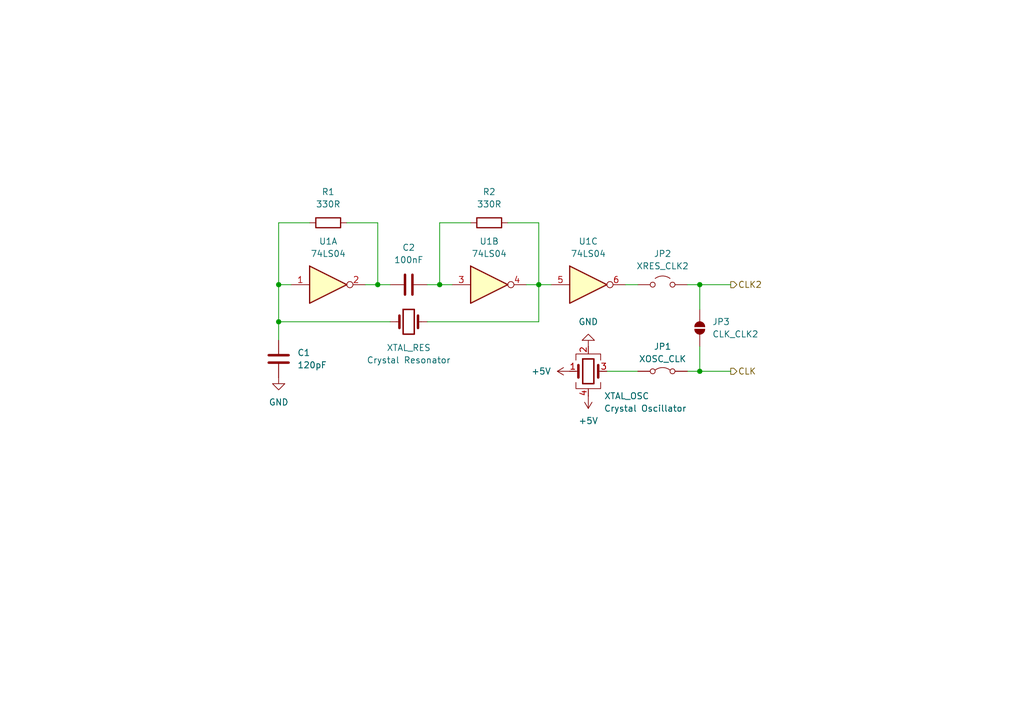
<source format=kicad_sch>
(kicad_sch
	(version 20250114)
	(generator "eeschema")
	(generator_version "9.0")
	(uuid "cf88107c-4e7d-4561-951e-0411daa7c42a")
	(paper "A5")
	(title_block
		(title "Clock")
		(date "2025-08-11")
		(rev "0")
	)
	(lib_symbols
		(symbol "74xx:74LS04"
			(exclude_from_sim no)
			(in_bom yes)
			(on_board yes)
			(property "Reference" "U"
				(at 0 1.27 0)
				(effects
					(font
						(size 1.27 1.27)
					)
				)
			)
			(property "Value" "74LS04"
				(at 0 -1.27 0)
				(effects
					(font
						(size 1.27 1.27)
					)
				)
			)
			(property "Footprint" ""
				(at 0 0 0)
				(effects
					(font
						(size 1.27 1.27)
					)
					(hide yes)
				)
			)
			(property "Datasheet" "http://www.ti.com/lit/gpn/sn74LS04"
				(at 0 0 0)
				(effects
					(font
						(size 1.27 1.27)
					)
					(hide yes)
				)
			)
			(property "Description" "Hex Inverter"
				(at 0 0 0)
				(effects
					(font
						(size 1.27 1.27)
					)
					(hide yes)
				)
			)
			(property "ki_locked" ""
				(at 0 0 0)
				(effects
					(font
						(size 1.27 1.27)
					)
				)
			)
			(property "ki_keywords" "TTL not inv"
				(at 0 0 0)
				(effects
					(font
						(size 1.27 1.27)
					)
					(hide yes)
				)
			)
			(property "ki_fp_filters" "DIP*W7.62mm* SSOP?14* TSSOP?14*"
				(at 0 0 0)
				(effects
					(font
						(size 1.27 1.27)
					)
					(hide yes)
				)
			)
			(symbol "74LS04_1_0"
				(polyline
					(pts
						(xy -3.81 3.81) (xy -3.81 -3.81) (xy 3.81 0) (xy -3.81 3.81)
					)
					(stroke
						(width 0.254)
						(type default)
					)
					(fill
						(type background)
					)
				)
				(pin input line
					(at -7.62 0 0)
					(length 3.81)
					(name "~"
						(effects
							(font
								(size 1.27 1.27)
							)
						)
					)
					(number "1"
						(effects
							(font
								(size 1.27 1.27)
							)
						)
					)
				)
				(pin output inverted
					(at 7.62 0 180)
					(length 3.81)
					(name "~"
						(effects
							(font
								(size 1.27 1.27)
							)
						)
					)
					(number "2"
						(effects
							(font
								(size 1.27 1.27)
							)
						)
					)
				)
			)
			(symbol "74LS04_2_0"
				(polyline
					(pts
						(xy -3.81 3.81) (xy -3.81 -3.81) (xy 3.81 0) (xy -3.81 3.81)
					)
					(stroke
						(width 0.254)
						(type default)
					)
					(fill
						(type background)
					)
				)
				(pin input line
					(at -7.62 0 0)
					(length 3.81)
					(name "~"
						(effects
							(font
								(size 1.27 1.27)
							)
						)
					)
					(number "3"
						(effects
							(font
								(size 1.27 1.27)
							)
						)
					)
				)
				(pin output inverted
					(at 7.62 0 180)
					(length 3.81)
					(name "~"
						(effects
							(font
								(size 1.27 1.27)
							)
						)
					)
					(number "4"
						(effects
							(font
								(size 1.27 1.27)
							)
						)
					)
				)
			)
			(symbol "74LS04_3_0"
				(polyline
					(pts
						(xy -3.81 3.81) (xy -3.81 -3.81) (xy 3.81 0) (xy -3.81 3.81)
					)
					(stroke
						(width 0.254)
						(type default)
					)
					(fill
						(type background)
					)
				)
				(pin input line
					(at -7.62 0 0)
					(length 3.81)
					(name "~"
						(effects
							(font
								(size 1.27 1.27)
							)
						)
					)
					(number "5"
						(effects
							(font
								(size 1.27 1.27)
							)
						)
					)
				)
				(pin output inverted
					(at 7.62 0 180)
					(length 3.81)
					(name "~"
						(effects
							(font
								(size 1.27 1.27)
							)
						)
					)
					(number "6"
						(effects
							(font
								(size 1.27 1.27)
							)
						)
					)
				)
			)
			(symbol "74LS04_4_0"
				(polyline
					(pts
						(xy -3.81 3.81) (xy -3.81 -3.81) (xy 3.81 0) (xy -3.81 3.81)
					)
					(stroke
						(width 0.254)
						(type default)
					)
					(fill
						(type background)
					)
				)
				(pin input line
					(at -7.62 0 0)
					(length 3.81)
					(name "~"
						(effects
							(font
								(size 1.27 1.27)
							)
						)
					)
					(number "9"
						(effects
							(font
								(size 1.27 1.27)
							)
						)
					)
				)
				(pin output inverted
					(at 7.62 0 180)
					(length 3.81)
					(name "~"
						(effects
							(font
								(size 1.27 1.27)
							)
						)
					)
					(number "8"
						(effects
							(font
								(size 1.27 1.27)
							)
						)
					)
				)
			)
			(symbol "74LS04_5_0"
				(polyline
					(pts
						(xy -3.81 3.81) (xy -3.81 -3.81) (xy 3.81 0) (xy -3.81 3.81)
					)
					(stroke
						(width 0.254)
						(type default)
					)
					(fill
						(type background)
					)
				)
				(pin input line
					(at -7.62 0 0)
					(length 3.81)
					(name "~"
						(effects
							(font
								(size 1.27 1.27)
							)
						)
					)
					(number "11"
						(effects
							(font
								(size 1.27 1.27)
							)
						)
					)
				)
				(pin output inverted
					(at 7.62 0 180)
					(length 3.81)
					(name "~"
						(effects
							(font
								(size 1.27 1.27)
							)
						)
					)
					(number "10"
						(effects
							(font
								(size 1.27 1.27)
							)
						)
					)
				)
			)
			(symbol "74LS04_6_0"
				(polyline
					(pts
						(xy -3.81 3.81) (xy -3.81 -3.81) (xy 3.81 0) (xy -3.81 3.81)
					)
					(stroke
						(width 0.254)
						(type default)
					)
					(fill
						(type background)
					)
				)
				(pin input line
					(at -7.62 0 0)
					(length 3.81)
					(name "~"
						(effects
							(font
								(size 1.27 1.27)
							)
						)
					)
					(number "13"
						(effects
							(font
								(size 1.27 1.27)
							)
						)
					)
				)
				(pin output inverted
					(at 7.62 0 180)
					(length 3.81)
					(name "~"
						(effects
							(font
								(size 1.27 1.27)
							)
						)
					)
					(number "12"
						(effects
							(font
								(size 1.27 1.27)
							)
						)
					)
				)
			)
			(symbol "74LS04_7_0"
				(pin power_in line
					(at 0 12.7 270)
					(length 5.08)
					(name "VCC"
						(effects
							(font
								(size 1.27 1.27)
							)
						)
					)
					(number "14"
						(effects
							(font
								(size 1.27 1.27)
							)
						)
					)
				)
				(pin power_in line
					(at 0 -12.7 90)
					(length 5.08)
					(name "GND"
						(effects
							(font
								(size 1.27 1.27)
							)
						)
					)
					(number "7"
						(effects
							(font
								(size 1.27 1.27)
							)
						)
					)
				)
			)
			(symbol "74LS04_7_1"
				(rectangle
					(start -5.08 7.62)
					(end 5.08 -7.62)
					(stroke
						(width 0.254)
						(type default)
					)
					(fill
						(type background)
					)
				)
			)
			(embedded_fonts no)
		)
		(symbol "Device:C"
			(pin_numbers
				(hide yes)
			)
			(pin_names
				(offset 0.254)
			)
			(exclude_from_sim no)
			(in_bom yes)
			(on_board yes)
			(property "Reference" "C"
				(at 0.635 2.54 0)
				(effects
					(font
						(size 1.27 1.27)
					)
					(justify left)
				)
			)
			(property "Value" "C"
				(at 0.635 -2.54 0)
				(effects
					(font
						(size 1.27 1.27)
					)
					(justify left)
				)
			)
			(property "Footprint" ""
				(at 0.9652 -3.81 0)
				(effects
					(font
						(size 1.27 1.27)
					)
					(hide yes)
				)
			)
			(property "Datasheet" "~"
				(at 0 0 0)
				(effects
					(font
						(size 1.27 1.27)
					)
					(hide yes)
				)
			)
			(property "Description" "Unpolarized capacitor"
				(at 0 0 0)
				(effects
					(font
						(size 1.27 1.27)
					)
					(hide yes)
				)
			)
			(property "ki_keywords" "cap capacitor"
				(at 0 0 0)
				(effects
					(font
						(size 1.27 1.27)
					)
					(hide yes)
				)
			)
			(property "ki_fp_filters" "C_*"
				(at 0 0 0)
				(effects
					(font
						(size 1.27 1.27)
					)
					(hide yes)
				)
			)
			(symbol "C_0_1"
				(polyline
					(pts
						(xy -2.032 0.762) (xy 2.032 0.762)
					)
					(stroke
						(width 0.508)
						(type default)
					)
					(fill
						(type none)
					)
				)
				(polyline
					(pts
						(xy -2.032 -0.762) (xy 2.032 -0.762)
					)
					(stroke
						(width 0.508)
						(type default)
					)
					(fill
						(type none)
					)
				)
			)
			(symbol "C_1_1"
				(pin passive line
					(at 0 3.81 270)
					(length 2.794)
					(name "~"
						(effects
							(font
								(size 1.27 1.27)
							)
						)
					)
					(number "1"
						(effects
							(font
								(size 1.27 1.27)
							)
						)
					)
				)
				(pin passive line
					(at 0 -3.81 90)
					(length 2.794)
					(name "~"
						(effects
							(font
								(size 1.27 1.27)
							)
						)
					)
					(number "2"
						(effects
							(font
								(size 1.27 1.27)
							)
						)
					)
				)
			)
			(embedded_fonts no)
		)
		(symbol "Device:Crystal"
			(pin_numbers
				(hide yes)
			)
			(pin_names
				(offset 1.016)
				(hide yes)
			)
			(exclude_from_sim no)
			(in_bom yes)
			(on_board yes)
			(property "Reference" "Y"
				(at 0 3.81 0)
				(effects
					(font
						(size 1.27 1.27)
					)
				)
			)
			(property "Value" "Crystal"
				(at 0 -3.81 0)
				(effects
					(font
						(size 1.27 1.27)
					)
				)
			)
			(property "Footprint" ""
				(at 0 0 0)
				(effects
					(font
						(size 1.27 1.27)
					)
					(hide yes)
				)
			)
			(property "Datasheet" "~"
				(at 0 0 0)
				(effects
					(font
						(size 1.27 1.27)
					)
					(hide yes)
				)
			)
			(property "Description" "Two pin crystal"
				(at 0 0 0)
				(effects
					(font
						(size 1.27 1.27)
					)
					(hide yes)
				)
			)
			(property "ki_keywords" "quartz ceramic resonator oscillator"
				(at 0 0 0)
				(effects
					(font
						(size 1.27 1.27)
					)
					(hide yes)
				)
			)
			(property "ki_fp_filters" "Crystal*"
				(at 0 0 0)
				(effects
					(font
						(size 1.27 1.27)
					)
					(hide yes)
				)
			)
			(symbol "Crystal_0_1"
				(polyline
					(pts
						(xy -2.54 0) (xy -1.905 0)
					)
					(stroke
						(width 0)
						(type default)
					)
					(fill
						(type none)
					)
				)
				(polyline
					(pts
						(xy -1.905 -1.27) (xy -1.905 1.27)
					)
					(stroke
						(width 0.508)
						(type default)
					)
					(fill
						(type none)
					)
				)
				(rectangle
					(start -1.143 2.54)
					(end 1.143 -2.54)
					(stroke
						(width 0.3048)
						(type default)
					)
					(fill
						(type none)
					)
				)
				(polyline
					(pts
						(xy 1.905 -1.27) (xy 1.905 1.27)
					)
					(stroke
						(width 0.508)
						(type default)
					)
					(fill
						(type none)
					)
				)
				(polyline
					(pts
						(xy 2.54 0) (xy 1.905 0)
					)
					(stroke
						(width 0)
						(type default)
					)
					(fill
						(type none)
					)
				)
			)
			(symbol "Crystal_1_1"
				(pin passive line
					(at -3.81 0 0)
					(length 1.27)
					(name "1"
						(effects
							(font
								(size 1.27 1.27)
							)
						)
					)
					(number "1"
						(effects
							(font
								(size 1.27 1.27)
							)
						)
					)
				)
				(pin passive line
					(at 3.81 0 180)
					(length 1.27)
					(name "2"
						(effects
							(font
								(size 1.27 1.27)
							)
						)
					)
					(number "2"
						(effects
							(font
								(size 1.27 1.27)
							)
						)
					)
				)
			)
			(embedded_fonts no)
		)
		(symbol "Device:Crystal_GND24"
			(pin_names
				(offset 1.016)
				(hide yes)
			)
			(exclude_from_sim no)
			(in_bom yes)
			(on_board yes)
			(property "Reference" "Y"
				(at 3.175 5.08 0)
				(effects
					(font
						(size 1.27 1.27)
					)
					(justify left)
				)
			)
			(property "Value" "Crystal_GND24"
				(at 3.175 3.175 0)
				(effects
					(font
						(size 1.27 1.27)
					)
					(justify left)
				)
			)
			(property "Footprint" ""
				(at 0 0 0)
				(effects
					(font
						(size 1.27 1.27)
					)
					(hide yes)
				)
			)
			(property "Datasheet" "~"
				(at 0 0 0)
				(effects
					(font
						(size 1.27 1.27)
					)
					(hide yes)
				)
			)
			(property "Description" "Four pin crystal, GND on pins 2 and 4"
				(at 0 0 0)
				(effects
					(font
						(size 1.27 1.27)
					)
					(hide yes)
				)
			)
			(property "ki_keywords" "quartz ceramic resonator oscillator"
				(at 0 0 0)
				(effects
					(font
						(size 1.27 1.27)
					)
					(hide yes)
				)
			)
			(property "ki_fp_filters" "Crystal*"
				(at 0 0 0)
				(effects
					(font
						(size 1.27 1.27)
					)
					(hide yes)
				)
			)
			(symbol "Crystal_GND24_0_1"
				(polyline
					(pts
						(xy -2.54 2.286) (xy -2.54 3.556) (xy 2.54 3.556) (xy 2.54 2.286)
					)
					(stroke
						(width 0)
						(type default)
					)
					(fill
						(type none)
					)
				)
				(polyline
					(pts
						(xy -2.54 0) (xy -2.032 0)
					)
					(stroke
						(width 0)
						(type default)
					)
					(fill
						(type none)
					)
				)
				(polyline
					(pts
						(xy -2.54 -2.286) (xy -2.54 -3.556) (xy 2.54 -3.556) (xy 2.54 -2.286)
					)
					(stroke
						(width 0)
						(type default)
					)
					(fill
						(type none)
					)
				)
				(polyline
					(pts
						(xy -2.032 -1.27) (xy -2.032 1.27)
					)
					(stroke
						(width 0.508)
						(type default)
					)
					(fill
						(type none)
					)
				)
				(rectangle
					(start -1.143 2.54)
					(end 1.143 -2.54)
					(stroke
						(width 0.3048)
						(type default)
					)
					(fill
						(type none)
					)
				)
				(polyline
					(pts
						(xy 0 3.556) (xy 0 3.81)
					)
					(stroke
						(width 0)
						(type default)
					)
					(fill
						(type none)
					)
				)
				(polyline
					(pts
						(xy 0 -3.81) (xy 0 -3.556)
					)
					(stroke
						(width 0)
						(type default)
					)
					(fill
						(type none)
					)
				)
				(polyline
					(pts
						(xy 2.032 0) (xy 2.54 0)
					)
					(stroke
						(width 0)
						(type default)
					)
					(fill
						(type none)
					)
				)
				(polyline
					(pts
						(xy 2.032 -1.27) (xy 2.032 1.27)
					)
					(stroke
						(width 0.508)
						(type default)
					)
					(fill
						(type none)
					)
				)
			)
			(symbol "Crystal_GND24_1_1"
				(pin passive line
					(at -3.81 0 0)
					(length 1.27)
					(name "1"
						(effects
							(font
								(size 1.27 1.27)
							)
						)
					)
					(number "1"
						(effects
							(font
								(size 1.27 1.27)
							)
						)
					)
				)
				(pin passive line
					(at 0 5.08 270)
					(length 1.27)
					(name "2"
						(effects
							(font
								(size 1.27 1.27)
							)
						)
					)
					(number "2"
						(effects
							(font
								(size 1.27 1.27)
							)
						)
					)
				)
				(pin passive line
					(at 0 -5.08 90)
					(length 1.27)
					(name "4"
						(effects
							(font
								(size 1.27 1.27)
							)
						)
					)
					(number "4"
						(effects
							(font
								(size 1.27 1.27)
							)
						)
					)
				)
				(pin passive line
					(at 3.81 0 180)
					(length 1.27)
					(name "3"
						(effects
							(font
								(size 1.27 1.27)
							)
						)
					)
					(number "3"
						(effects
							(font
								(size 1.27 1.27)
							)
						)
					)
				)
			)
			(embedded_fonts no)
		)
		(symbol "Device:R"
			(pin_numbers
				(hide yes)
			)
			(pin_names
				(offset 0)
			)
			(exclude_from_sim no)
			(in_bom yes)
			(on_board yes)
			(property "Reference" "R"
				(at 2.032 0 90)
				(effects
					(font
						(size 1.27 1.27)
					)
				)
			)
			(property "Value" "R"
				(at 0 0 90)
				(effects
					(font
						(size 1.27 1.27)
					)
				)
			)
			(property "Footprint" ""
				(at -1.778 0 90)
				(effects
					(font
						(size 1.27 1.27)
					)
					(hide yes)
				)
			)
			(property "Datasheet" "~"
				(at 0 0 0)
				(effects
					(font
						(size 1.27 1.27)
					)
					(hide yes)
				)
			)
			(property "Description" "Resistor"
				(at 0 0 0)
				(effects
					(font
						(size 1.27 1.27)
					)
					(hide yes)
				)
			)
			(property "ki_keywords" "R res resistor"
				(at 0 0 0)
				(effects
					(font
						(size 1.27 1.27)
					)
					(hide yes)
				)
			)
			(property "ki_fp_filters" "R_*"
				(at 0 0 0)
				(effects
					(font
						(size 1.27 1.27)
					)
					(hide yes)
				)
			)
			(symbol "R_0_1"
				(rectangle
					(start -1.016 -2.54)
					(end 1.016 2.54)
					(stroke
						(width 0.254)
						(type default)
					)
					(fill
						(type none)
					)
				)
			)
			(symbol "R_1_1"
				(pin passive line
					(at 0 3.81 270)
					(length 1.27)
					(name "~"
						(effects
							(font
								(size 1.27 1.27)
							)
						)
					)
					(number "1"
						(effects
							(font
								(size 1.27 1.27)
							)
						)
					)
				)
				(pin passive line
					(at 0 -3.81 90)
					(length 1.27)
					(name "~"
						(effects
							(font
								(size 1.27 1.27)
							)
						)
					)
					(number "2"
						(effects
							(font
								(size 1.27 1.27)
							)
						)
					)
				)
			)
			(embedded_fonts no)
		)
		(symbol "Jumper:Jumper_2_Bridged"
			(pin_numbers
				(hide yes)
			)
			(pin_names
				(offset 0)
				(hide yes)
			)
			(exclude_from_sim no)
			(in_bom yes)
			(on_board yes)
			(property "Reference" "JP"
				(at 0 1.905 0)
				(effects
					(font
						(size 1.27 1.27)
					)
				)
			)
			(property "Value" "Jumper_2_Bridged"
				(at 0 -2.54 0)
				(effects
					(font
						(size 1.27 1.27)
					)
				)
			)
			(property "Footprint" ""
				(at 0 0 0)
				(effects
					(font
						(size 1.27 1.27)
					)
					(hide yes)
				)
			)
			(property "Datasheet" "~"
				(at 0 0 0)
				(effects
					(font
						(size 1.27 1.27)
					)
					(hide yes)
				)
			)
			(property "Description" "Jumper, 2-pole, closed/bridged"
				(at 0 0 0)
				(effects
					(font
						(size 1.27 1.27)
					)
					(hide yes)
				)
			)
			(property "ki_keywords" "Jumper SPST"
				(at 0 0 0)
				(effects
					(font
						(size 1.27 1.27)
					)
					(hide yes)
				)
			)
			(property "ki_fp_filters" "Jumper* TestPoint*2Pads* TestPoint*Bridge*"
				(at 0 0 0)
				(effects
					(font
						(size 1.27 1.27)
					)
					(hide yes)
				)
			)
			(symbol "Jumper_2_Bridged_0_0"
				(circle
					(center -2.032 0)
					(radius 0.508)
					(stroke
						(width 0)
						(type default)
					)
					(fill
						(type none)
					)
				)
				(circle
					(center 2.032 0)
					(radius 0.508)
					(stroke
						(width 0)
						(type default)
					)
					(fill
						(type none)
					)
				)
			)
			(symbol "Jumper_2_Bridged_0_1"
				(arc
					(start -1.524 0.254)
					(mid 0 0.762)
					(end 1.524 0.254)
					(stroke
						(width 0)
						(type default)
					)
					(fill
						(type none)
					)
				)
			)
			(symbol "Jumper_2_Bridged_1_1"
				(pin passive line
					(at -5.08 0 0)
					(length 2.54)
					(name "A"
						(effects
							(font
								(size 1.27 1.27)
							)
						)
					)
					(number "1"
						(effects
							(font
								(size 1.27 1.27)
							)
						)
					)
				)
				(pin passive line
					(at 5.08 0 180)
					(length 2.54)
					(name "B"
						(effects
							(font
								(size 1.27 1.27)
							)
						)
					)
					(number "2"
						(effects
							(font
								(size 1.27 1.27)
							)
						)
					)
				)
			)
			(embedded_fonts no)
		)
		(symbol "Jumper:Jumper_2_Open"
			(pin_numbers
				(hide yes)
			)
			(pin_names
				(offset 0)
				(hide yes)
			)
			(exclude_from_sim no)
			(in_bom yes)
			(on_board yes)
			(property "Reference" "JP"
				(at 0 2.794 0)
				(effects
					(font
						(size 1.27 1.27)
					)
				)
			)
			(property "Value" "Jumper_2_Open"
				(at 0 -2.286 0)
				(effects
					(font
						(size 1.27 1.27)
					)
				)
			)
			(property "Footprint" ""
				(at 0 0 0)
				(effects
					(font
						(size 1.27 1.27)
					)
					(hide yes)
				)
			)
			(property "Datasheet" "~"
				(at 0 0 0)
				(effects
					(font
						(size 1.27 1.27)
					)
					(hide yes)
				)
			)
			(property "Description" "Jumper, 2-pole, open"
				(at 0 0 0)
				(effects
					(font
						(size 1.27 1.27)
					)
					(hide yes)
				)
			)
			(property "ki_keywords" "Jumper SPST"
				(at 0 0 0)
				(effects
					(font
						(size 1.27 1.27)
					)
					(hide yes)
				)
			)
			(property "ki_fp_filters" "Jumper* TestPoint*2Pads* TestPoint*Bridge*"
				(at 0 0 0)
				(effects
					(font
						(size 1.27 1.27)
					)
					(hide yes)
				)
			)
			(symbol "Jumper_2_Open_0_0"
				(circle
					(center -2.032 0)
					(radius 0.508)
					(stroke
						(width 0)
						(type default)
					)
					(fill
						(type none)
					)
				)
				(circle
					(center 2.032 0)
					(radius 0.508)
					(stroke
						(width 0)
						(type default)
					)
					(fill
						(type none)
					)
				)
			)
			(symbol "Jumper_2_Open_0_1"
				(arc
					(start -1.524 1.27)
					(mid 0 1.778)
					(end 1.524 1.27)
					(stroke
						(width 0)
						(type default)
					)
					(fill
						(type none)
					)
				)
			)
			(symbol "Jumper_2_Open_1_1"
				(pin passive line
					(at -5.08 0 0)
					(length 2.54)
					(name "A"
						(effects
							(font
								(size 1.27 1.27)
							)
						)
					)
					(number "1"
						(effects
							(font
								(size 1.27 1.27)
							)
						)
					)
				)
				(pin passive line
					(at 5.08 0 180)
					(length 2.54)
					(name "B"
						(effects
							(font
								(size 1.27 1.27)
							)
						)
					)
					(number "2"
						(effects
							(font
								(size 1.27 1.27)
							)
						)
					)
				)
			)
			(embedded_fonts no)
		)
		(symbol "Jumper:SolderJumper_2_Open"
			(pin_numbers
				(hide yes)
			)
			(pin_names
				(offset 0)
				(hide yes)
			)
			(exclude_from_sim no)
			(in_bom no)
			(on_board yes)
			(property "Reference" "JP"
				(at 0 2.032 0)
				(effects
					(font
						(size 1.27 1.27)
					)
				)
			)
			(property "Value" "SolderJumper_2_Open"
				(at 0 -2.54 0)
				(effects
					(font
						(size 1.27 1.27)
					)
				)
			)
			(property "Footprint" ""
				(at 0 0 0)
				(effects
					(font
						(size 1.27 1.27)
					)
					(hide yes)
				)
			)
			(property "Datasheet" "~"
				(at 0 0 0)
				(effects
					(font
						(size 1.27 1.27)
					)
					(hide yes)
				)
			)
			(property "Description" "Solder Jumper, 2-pole, open"
				(at 0 0 0)
				(effects
					(font
						(size 1.27 1.27)
					)
					(hide yes)
				)
			)
			(property "ki_keywords" "solder jumper SPST"
				(at 0 0 0)
				(effects
					(font
						(size 1.27 1.27)
					)
					(hide yes)
				)
			)
			(property "ki_fp_filters" "SolderJumper*Open*"
				(at 0 0 0)
				(effects
					(font
						(size 1.27 1.27)
					)
					(hide yes)
				)
			)
			(symbol "SolderJumper_2_Open_0_1"
				(polyline
					(pts
						(xy -0.254 1.016) (xy -0.254 -1.016)
					)
					(stroke
						(width 0)
						(type default)
					)
					(fill
						(type none)
					)
				)
				(arc
					(start -0.254 -1.016)
					(mid -1.2656 0)
					(end -0.254 1.016)
					(stroke
						(width 0)
						(type default)
					)
					(fill
						(type none)
					)
				)
				(arc
					(start -0.254 -1.016)
					(mid -1.2656 0)
					(end -0.254 1.016)
					(stroke
						(width 0)
						(type default)
					)
					(fill
						(type outline)
					)
				)
				(arc
					(start 0.254 1.016)
					(mid 1.2656 0)
					(end 0.254 -1.016)
					(stroke
						(width 0)
						(type default)
					)
					(fill
						(type none)
					)
				)
				(arc
					(start 0.254 1.016)
					(mid 1.2656 0)
					(end 0.254 -1.016)
					(stroke
						(width 0)
						(type default)
					)
					(fill
						(type outline)
					)
				)
				(polyline
					(pts
						(xy 0.254 1.016) (xy 0.254 -1.016)
					)
					(stroke
						(width 0)
						(type default)
					)
					(fill
						(type none)
					)
				)
			)
			(symbol "SolderJumper_2_Open_1_1"
				(pin passive line
					(at -3.81 0 0)
					(length 2.54)
					(name "A"
						(effects
							(font
								(size 1.27 1.27)
							)
						)
					)
					(number "1"
						(effects
							(font
								(size 1.27 1.27)
							)
						)
					)
				)
				(pin passive line
					(at 3.81 0 180)
					(length 2.54)
					(name "B"
						(effects
							(font
								(size 1.27 1.27)
							)
						)
					)
					(number "2"
						(effects
							(font
								(size 1.27 1.27)
							)
						)
					)
				)
			)
			(embedded_fonts no)
		)
		(symbol "power:+5V"
			(power)
			(pin_numbers
				(hide yes)
			)
			(pin_names
				(offset 0)
				(hide yes)
			)
			(exclude_from_sim no)
			(in_bom yes)
			(on_board yes)
			(property "Reference" "#PWR"
				(at 0 -3.81 0)
				(effects
					(font
						(size 1.27 1.27)
					)
					(hide yes)
				)
			)
			(property "Value" "+5V"
				(at 0 3.556 0)
				(effects
					(font
						(size 1.27 1.27)
					)
				)
			)
			(property "Footprint" ""
				(at 0 0 0)
				(effects
					(font
						(size 1.27 1.27)
					)
					(hide yes)
				)
			)
			(property "Datasheet" ""
				(at 0 0 0)
				(effects
					(font
						(size 1.27 1.27)
					)
					(hide yes)
				)
			)
			(property "Description" "Power symbol creates a global label with name \"+5V\""
				(at 0 0 0)
				(effects
					(font
						(size 1.27 1.27)
					)
					(hide yes)
				)
			)
			(property "ki_keywords" "global power"
				(at 0 0 0)
				(effects
					(font
						(size 1.27 1.27)
					)
					(hide yes)
				)
			)
			(symbol "+5V_0_1"
				(polyline
					(pts
						(xy -0.762 1.27) (xy 0 2.54)
					)
					(stroke
						(width 0)
						(type default)
					)
					(fill
						(type none)
					)
				)
				(polyline
					(pts
						(xy 0 2.54) (xy 0.762 1.27)
					)
					(stroke
						(width 0)
						(type default)
					)
					(fill
						(type none)
					)
				)
				(polyline
					(pts
						(xy 0 0) (xy 0 2.54)
					)
					(stroke
						(width 0)
						(type default)
					)
					(fill
						(type none)
					)
				)
			)
			(symbol "+5V_1_1"
				(pin power_in line
					(at 0 0 90)
					(length 0)
					(name "~"
						(effects
							(font
								(size 1.27 1.27)
							)
						)
					)
					(number "1"
						(effects
							(font
								(size 1.27 1.27)
							)
						)
					)
				)
			)
			(embedded_fonts no)
		)
		(symbol "power:GND"
			(power)
			(pin_numbers
				(hide yes)
			)
			(pin_names
				(offset 0)
				(hide yes)
			)
			(exclude_from_sim no)
			(in_bom yes)
			(on_board yes)
			(property "Reference" "#PWR"
				(at 0 -6.35 0)
				(effects
					(font
						(size 1.27 1.27)
					)
					(hide yes)
				)
			)
			(property "Value" "GND"
				(at 0 -3.81 0)
				(effects
					(font
						(size 1.27 1.27)
					)
				)
			)
			(property "Footprint" ""
				(at 0 0 0)
				(effects
					(font
						(size 1.27 1.27)
					)
					(hide yes)
				)
			)
			(property "Datasheet" ""
				(at 0 0 0)
				(effects
					(font
						(size 1.27 1.27)
					)
					(hide yes)
				)
			)
			(property "Description" "Power symbol creates a global label with name \"GND\" , ground"
				(at 0 0 0)
				(effects
					(font
						(size 1.27 1.27)
					)
					(hide yes)
				)
			)
			(property "ki_keywords" "global power"
				(at 0 0 0)
				(effects
					(font
						(size 1.27 1.27)
					)
					(hide yes)
				)
			)
			(symbol "GND_0_1"
				(polyline
					(pts
						(xy 0 0) (xy 0 -1.27) (xy 1.27 -1.27) (xy 0 -2.54) (xy -1.27 -1.27) (xy 0 -1.27)
					)
					(stroke
						(width 0)
						(type default)
					)
					(fill
						(type none)
					)
				)
			)
			(symbol "GND_1_1"
				(pin power_in line
					(at 0 0 270)
					(length 0)
					(name "~"
						(effects
							(font
								(size 1.27 1.27)
							)
						)
					)
					(number "1"
						(effects
							(font
								(size 1.27 1.27)
							)
						)
					)
				)
			)
			(embedded_fonts no)
		)
	)
	(junction
		(at 143.51 58.42)
		(diameter 0)
		(color 0 0 0 0)
		(uuid "0152ce5e-7b4d-497a-b825-db279800c537")
	)
	(junction
		(at 57.15 58.42)
		(diameter 0)
		(color 0 0 0 0)
		(uuid "03f4f9c7-41cf-4a60-b72d-794696199853")
	)
	(junction
		(at 77.47 58.42)
		(diameter 0)
		(color 0 0 0 0)
		(uuid "061a14f6-0a2b-4910-a44e-49bcca20bfb6")
	)
	(junction
		(at 90.17 58.42)
		(diameter 0)
		(color 0 0 0 0)
		(uuid "0c8cd3a3-2afe-41fa-a7d1-17fa8456970a")
	)
	(junction
		(at 110.49 58.42)
		(diameter 0)
		(color 0 0 0 0)
		(uuid "4e908f69-2c9a-4e95-ace3-a718d7c06417")
	)
	(junction
		(at 143.51 76.2)
		(diameter 0)
		(color 0 0 0 0)
		(uuid "e6c06ffe-4aa9-479b-a187-537d851be553")
	)
	(junction
		(at 57.15 66.04)
		(diameter 0)
		(color 0 0 0 0)
		(uuid "f9fac086-e292-407e-b8db-9cb7401fd5f2")
	)
	(wire
		(pts
			(xy 90.17 58.42) (xy 92.71 58.42)
		)
		(stroke
			(width 0)
			(type default)
		)
		(uuid "014ef963-1e9a-452d-b230-49b3952eb739")
	)
	(wire
		(pts
			(xy 57.15 66.04) (xy 57.15 58.42)
		)
		(stroke
			(width 0)
			(type default)
		)
		(uuid "035a0756-de87-4693-9342-3071a59911cf")
	)
	(wire
		(pts
			(xy 87.63 66.04) (xy 110.49 66.04)
		)
		(stroke
			(width 0)
			(type default)
		)
		(uuid "0a53d767-1c15-4596-a03d-5566f67b89c3")
	)
	(wire
		(pts
			(xy 143.51 58.42) (xy 140.97 58.42)
		)
		(stroke
			(width 0)
			(type default)
		)
		(uuid "0c323775-8b50-4641-964b-e4b3bf98b306")
	)
	(wire
		(pts
			(xy 63.5 45.72) (xy 57.15 45.72)
		)
		(stroke
			(width 0)
			(type default)
		)
		(uuid "0cb05066-9869-4e7f-904d-1744a39ffb0e")
	)
	(wire
		(pts
			(xy 71.12 45.72) (xy 77.47 45.72)
		)
		(stroke
			(width 0)
			(type default)
		)
		(uuid "16882546-35ea-4626-bfd6-07cdf487961c")
	)
	(wire
		(pts
			(xy 143.51 76.2) (xy 140.97 76.2)
		)
		(stroke
			(width 0)
			(type default)
		)
		(uuid "1c553df8-3d08-47de-9783-77c769dccd4b")
	)
	(wire
		(pts
			(xy 124.46 76.2) (xy 130.81 76.2)
		)
		(stroke
			(width 0)
			(type default)
		)
		(uuid "306bbd4e-eb7b-4cf7-b6d9-98df3ba03977")
	)
	(wire
		(pts
			(xy 107.95 58.42) (xy 110.49 58.42)
		)
		(stroke
			(width 0)
			(type default)
		)
		(uuid "42dd0819-cb1c-45d7-969e-83357d5f49c9")
	)
	(wire
		(pts
			(xy 143.51 76.2) (xy 149.86 76.2)
		)
		(stroke
			(width 0)
			(type default)
		)
		(uuid "5439cada-c27b-4892-9142-5d22eaa98f29")
	)
	(wire
		(pts
			(xy 77.47 58.42) (xy 80.01 58.42)
		)
		(stroke
			(width 0)
			(type default)
		)
		(uuid "597c7aa7-d032-419d-9c80-5756e9600bf9")
	)
	(wire
		(pts
			(xy 110.49 66.04) (xy 110.49 58.42)
		)
		(stroke
			(width 0)
			(type default)
		)
		(uuid "61f315a7-97d9-4a54-8929-6b5df58ab1ca")
	)
	(wire
		(pts
			(xy 77.47 58.42) (xy 77.47 45.72)
		)
		(stroke
			(width 0)
			(type default)
		)
		(uuid "62a72726-89e3-4626-9a7f-ded621cffbc3")
	)
	(wire
		(pts
			(xy 143.51 63.5) (xy 143.51 58.42)
		)
		(stroke
			(width 0)
			(type default)
		)
		(uuid "69154058-7ac3-42bf-8aec-bd420f8be667")
	)
	(wire
		(pts
			(xy 57.15 66.04) (xy 80.01 66.04)
		)
		(stroke
			(width 0)
			(type default)
		)
		(uuid "75b9fffe-505e-4e06-b4a3-57e4c9a9ffeb")
	)
	(wire
		(pts
			(xy 110.49 58.42) (xy 113.03 58.42)
		)
		(stroke
			(width 0)
			(type default)
		)
		(uuid "76bcf00f-36c8-41ae-a827-8d81aec94be1")
	)
	(wire
		(pts
			(xy 104.14 45.72) (xy 110.49 45.72)
		)
		(stroke
			(width 0)
			(type default)
		)
		(uuid "8ec4276a-960e-42b0-957b-cd4b3d2bfe32")
	)
	(wire
		(pts
			(xy 143.51 58.42) (xy 149.86 58.42)
		)
		(stroke
			(width 0)
			(type default)
		)
		(uuid "ab60d52f-9fd3-4a1d-b12d-bed1cbb68b4a")
	)
	(wire
		(pts
			(xy 57.15 58.42) (xy 59.69 58.42)
		)
		(stroke
			(width 0)
			(type default)
		)
		(uuid "adbccfdb-d601-4c91-bc14-6c2346363076")
	)
	(wire
		(pts
			(xy 130.81 58.42) (xy 128.27 58.42)
		)
		(stroke
			(width 0)
			(type default)
		)
		(uuid "b5671bd4-07ea-4b91-affe-e01781a7729b")
	)
	(wire
		(pts
			(xy 90.17 58.42) (xy 90.17 45.72)
		)
		(stroke
			(width 0)
			(type default)
		)
		(uuid "bdc6f416-1c46-4768-8217-76ac86ebbb0b")
	)
	(wire
		(pts
			(xy 110.49 45.72) (xy 110.49 58.42)
		)
		(stroke
			(width 0)
			(type default)
		)
		(uuid "c21c5c0b-4955-4dec-beae-6465e2223a01")
	)
	(wire
		(pts
			(xy 87.63 58.42) (xy 90.17 58.42)
		)
		(stroke
			(width 0)
			(type default)
		)
		(uuid "ca03d6a4-a003-4806-96c9-9327c7af4825")
	)
	(wire
		(pts
			(xy 90.17 45.72) (xy 96.52 45.72)
		)
		(stroke
			(width 0)
			(type default)
		)
		(uuid "d5afd6b0-b3ba-4d73-86f9-0ba4aedda8c4")
	)
	(wire
		(pts
			(xy 57.15 69.85) (xy 57.15 66.04)
		)
		(stroke
			(width 0)
			(type default)
		)
		(uuid "dea64be5-33f1-4021-b7d8-4b759b6f9fe1")
	)
	(wire
		(pts
			(xy 143.51 71.12) (xy 143.51 76.2)
		)
		(stroke
			(width 0)
			(type default)
		)
		(uuid "e00c8410-f735-4713-b982-d2b8b3d922c1")
	)
	(wire
		(pts
			(xy 74.93 58.42) (xy 77.47 58.42)
		)
		(stroke
			(width 0)
			(type default)
		)
		(uuid "f5be8794-7ff4-48d1-8c18-1b513ade041f")
	)
	(wire
		(pts
			(xy 57.15 45.72) (xy 57.15 58.42)
		)
		(stroke
			(width 0)
			(type default)
		)
		(uuid "f7cbd585-481d-442d-9999-f4ef504e026e")
	)
	(hierarchical_label "CLK"
		(shape output)
		(at 149.86 76.2 0)
		(effects
			(font
				(size 1.27 1.27)
			)
			(justify left)
		)
		(uuid "7a8eb9d2-fdd6-41a0-b591-7309a4c78049")
	)
	(hierarchical_label "CLK2"
		(shape output)
		(at 149.86 58.42 0)
		(effects
			(font
				(size 1.27 1.27)
			)
			(justify left)
		)
		(uuid "8f7dc2d7-3055-48b9-ad78-227a26d49a34")
	)
	(symbol
		(lib_id "power:+5V")
		(at 116.84 76.2 90)
		(unit 1)
		(exclude_from_sim no)
		(in_bom yes)
		(on_board yes)
		(dnp no)
		(fields_autoplaced yes)
		(uuid "0b6b579b-624b-4452-b9b8-925459e4d3a1")
		(property "Reference" "#PWR04"
			(at 120.65 76.2 0)
			(effects
				(font
					(size 1.27 1.27)
				)
				(hide yes)
			)
		)
		(property "Value" "+5V"
			(at 113.03 76.1999 90)
			(effects
				(font
					(size 1.27 1.27)
				)
				(justify left)
			)
		)
		(property "Footprint" ""
			(at 116.84 76.2 0)
			(effects
				(font
					(size 1.27 1.27)
				)
				(hide yes)
			)
		)
		(property "Datasheet" ""
			(at 116.84 76.2 0)
			(effects
				(font
					(size 1.27 1.27)
				)
				(hide yes)
			)
		)
		(property "Description" "Power symbol creates a global label with name \"+5V\""
			(at 116.84 76.2 0)
			(effects
				(font
					(size 1.27 1.27)
				)
				(hide yes)
			)
		)
		(pin "1"
			(uuid "6b8499e2-934c-4f1c-ae4d-e40149ad530b")
		)
		(instances
			(project "dATX_JC100"
				(path "/06d7853b-ec0e-46e4-9a93-83dad81d944c/cc542a6e-7d4c-4a90-a4d7-357b80905847"
					(reference "#PWR04")
					(unit 1)
				)
			)
		)
	)
	(symbol
		(lib_id "Device:Crystal_GND24")
		(at 120.65 76.2 0)
		(unit 1)
		(exclude_from_sim no)
		(in_bom yes)
		(on_board yes)
		(dnp no)
		(uuid "2b535c45-e7ec-449f-a6ab-758f91d5fc0f")
		(property "Reference" "XTAL_OSC"
			(at 128.524 81.28 0)
			(effects
				(font
					(size 1.27 1.27)
				)
			)
		)
		(property "Value" "Crystal Oscillator"
			(at 132.334 83.82 0)
			(effects
				(font
					(size 1.27 1.27)
				)
			)
		)
		(property "Footprint" "Oscillator:Oscillator_DIP-8"
			(at 120.65 76.2 0)
			(effects
				(font
					(size 1.27 1.27)
				)
				(hide yes)
			)
		)
		(property "Datasheet" "~"
			(at 120.65 76.2 0)
			(effects
				(font
					(size 1.27 1.27)
				)
				(hide yes)
			)
		)
		(property "Description" "Four pin crystal, GND on pins 2 and 4"
			(at 120.65 76.2 0)
			(effects
				(font
					(size 1.27 1.27)
				)
				(hide yes)
			)
		)
		(pin "3"
			(uuid "90f4272b-2e9a-4b20-ae59-2bf57f8cffc3")
		)
		(pin "1"
			(uuid "de53f4d9-d402-49e7-8f86-6632bdef7ecd")
		)
		(pin "2"
			(uuid "bb3aa54b-76dc-4271-af04-d44bf1664ef3")
		)
		(pin "4"
			(uuid "db43bc2f-192e-4e94-ba23-9e657c1a94c0")
		)
		(instances
			(project ""
				(path "/06d7853b-ec0e-46e4-9a93-83dad81d944c/cc542a6e-7d4c-4a90-a4d7-357b80905847"
					(reference "XTAL_OSC")
					(unit 1)
				)
			)
		)
	)
	(symbol
		(lib_id "Device:Crystal")
		(at 83.82 66.04 0)
		(unit 1)
		(exclude_from_sim no)
		(in_bom yes)
		(on_board yes)
		(dnp no)
		(uuid "3c3f88e2-21cb-4f5f-890d-029aac8b5d7d")
		(property "Reference" "XTAL_RES"
			(at 83.82 71.374 0)
			(effects
				(font
					(size 1.27 1.27)
				)
			)
		)
		(property "Value" "Crystal Resonator"
			(at 83.82 73.914 0)
			(effects
				(font
					(size 1.27 1.27)
				)
			)
		)
		(property "Footprint" "Crystal:Resonator-2Pin_W6.0mm_H3.0mm"
			(at 83.82 66.04 0)
			(effects
				(font
					(size 1.27 1.27)
				)
				(hide yes)
			)
		)
		(property "Datasheet" "~"
			(at 83.82 66.04 0)
			(effects
				(font
					(size 1.27 1.27)
				)
				(hide yes)
			)
		)
		(property "Description" "Two pin crystal"
			(at 83.82 66.04 0)
			(effects
				(font
					(size 1.27 1.27)
				)
				(hide yes)
			)
		)
		(pin "1"
			(uuid "b3020ac0-607f-4c6c-944a-b5f5c419623b")
		)
		(pin "2"
			(uuid "3908b1c3-ae13-4d54-83c3-d6160040fcd3")
		)
		(instances
			(project ""
				(path "/06d7853b-ec0e-46e4-9a93-83dad81d944c/cc542a6e-7d4c-4a90-a4d7-357b80905847"
					(reference "XTAL_RES")
					(unit 1)
				)
			)
		)
	)
	(symbol
		(lib_id "Device:C")
		(at 83.82 58.42 90)
		(unit 1)
		(exclude_from_sim no)
		(in_bom yes)
		(on_board yes)
		(dnp no)
		(fields_autoplaced yes)
		(uuid "5f1fe330-34c9-47bc-bb2f-a03d2daa8a81")
		(property "Reference" "C2"
			(at 83.82 50.8 90)
			(effects
				(font
					(size 1.27 1.27)
				)
			)
		)
		(property "Value" "100nF"
			(at 83.82 53.34 90)
			(effects
				(font
					(size 1.27 1.27)
				)
			)
		)
		(property "Footprint" "Capacitor_THT:C_Disc_D3.0mm_W1.6mm_P2.50mm"
			(at 87.63 57.4548 0)
			(effects
				(font
					(size 1.27 1.27)
				)
				(hide yes)
			)
		)
		(property "Datasheet" "~"
			(at 83.82 58.42 0)
			(effects
				(font
					(size 1.27 1.27)
				)
				(hide yes)
			)
		)
		(property "Description" "Unpolarized capacitor"
			(at 83.82 58.42 0)
			(effects
				(font
					(size 1.27 1.27)
				)
				(hide yes)
			)
		)
		(pin "1"
			(uuid "2aa392bf-7f66-4fa3-8c15-48c5d62a1e12")
		)
		(pin "2"
			(uuid "9cdd94a8-ab8c-45f2-af39-048ea610e13b")
		)
		(instances
			(project "dATX_JC100"
				(path "/06d7853b-ec0e-46e4-9a93-83dad81d944c/cc542a6e-7d4c-4a90-a4d7-357b80905847"
					(reference "C2")
					(unit 1)
				)
			)
		)
	)
	(symbol
		(lib_id "Jumper:SolderJumper_2_Open")
		(at 143.51 67.31 90)
		(unit 1)
		(exclude_from_sim no)
		(in_bom no)
		(on_board yes)
		(dnp no)
		(fields_autoplaced yes)
		(uuid "627a8979-34e8-4301-8e97-d026ed023c8e")
		(property "Reference" "JP3"
			(at 146.05 66.0399 90)
			(effects
				(font
					(size 1.27 1.27)
				)
				(justify right)
			)
		)
		(property "Value" "CLK_CLK2"
			(at 146.05 68.5799 90)
			(effects
				(font
					(size 1.27 1.27)
				)
				(justify right)
			)
		)
		(property "Footprint" ""
			(at 143.51 67.31 0)
			(effects
				(font
					(size 1.27 1.27)
				)
				(hide yes)
			)
		)
		(property "Datasheet" "~"
			(at 143.51 67.31 0)
			(effects
				(font
					(size 1.27 1.27)
				)
				(hide yes)
			)
		)
		(property "Description" "Solder Jumper, 2-pole, open"
			(at 143.51 67.31 0)
			(effects
				(font
					(size 1.27 1.27)
				)
				(hide yes)
			)
		)
		(pin "1"
			(uuid "732386a1-1f1c-45f2-927b-7a82d7b52c1b")
		)
		(pin "2"
			(uuid "4df10e71-3cb7-4f2c-80f5-b79afae0f323")
		)
		(instances
			(project ""
				(path "/06d7853b-ec0e-46e4-9a93-83dad81d944c/cc542a6e-7d4c-4a90-a4d7-357b80905847"
					(reference "JP3")
					(unit 1)
				)
			)
		)
	)
	(symbol
		(lib_id "power:GND")
		(at 57.15 77.47 0)
		(unit 1)
		(exclude_from_sim no)
		(in_bom yes)
		(on_board yes)
		(dnp no)
		(fields_autoplaced yes)
		(uuid "76388ede-a725-46b4-9fff-1c618524b957")
		(property "Reference" "#PWR03"
			(at 57.15 83.82 0)
			(effects
				(font
					(size 1.27 1.27)
				)
				(hide yes)
			)
		)
		(property "Value" "GND"
			(at 57.15 82.55 0)
			(effects
				(font
					(size 1.27 1.27)
				)
			)
		)
		(property "Footprint" ""
			(at 57.15 77.47 0)
			(effects
				(font
					(size 1.27 1.27)
				)
				(hide yes)
			)
		)
		(property "Datasheet" ""
			(at 57.15 77.47 0)
			(effects
				(font
					(size 1.27 1.27)
				)
				(hide yes)
			)
		)
		(property "Description" "Power symbol creates a global label with name \"GND\" , ground"
			(at 57.15 77.47 0)
			(effects
				(font
					(size 1.27 1.27)
				)
				(hide yes)
			)
		)
		(pin "1"
			(uuid "9ebc136b-09b0-4c60-bcea-5684cd9cd64f")
		)
		(instances
			(project ""
				(path "/06d7853b-ec0e-46e4-9a93-83dad81d944c/cc542a6e-7d4c-4a90-a4d7-357b80905847"
					(reference "#PWR03")
					(unit 1)
				)
			)
		)
	)
	(symbol
		(lib_id "power:GND")
		(at 120.65 71.12 180)
		(unit 1)
		(exclude_from_sim no)
		(in_bom yes)
		(on_board yes)
		(dnp no)
		(fields_autoplaced yes)
		(uuid "a2c53c2c-19c3-4adf-a7f5-2f3d871ef5cf")
		(property "Reference" "#PWR02"
			(at 120.65 64.77 0)
			(effects
				(font
					(size 1.27 1.27)
				)
				(hide yes)
			)
		)
		(property "Value" "GND"
			(at 120.65 66.04 0)
			(effects
				(font
					(size 1.27 1.27)
				)
			)
		)
		(property "Footprint" ""
			(at 120.65 71.12 0)
			(effects
				(font
					(size 1.27 1.27)
				)
				(hide yes)
			)
		)
		(property "Datasheet" ""
			(at 120.65 71.12 0)
			(effects
				(font
					(size 1.27 1.27)
				)
				(hide yes)
			)
		)
		(property "Description" "Power symbol creates a global label with name \"GND\" , ground"
			(at 120.65 71.12 0)
			(effects
				(font
					(size 1.27 1.27)
				)
				(hide yes)
			)
		)
		(pin "1"
			(uuid "386fb1e9-5813-4670-87d2-a2f7aceaac30")
		)
		(instances
			(project ""
				(path "/06d7853b-ec0e-46e4-9a93-83dad81d944c/cc542a6e-7d4c-4a90-a4d7-357b80905847"
					(reference "#PWR02")
					(unit 1)
				)
			)
		)
	)
	(symbol
		(lib_id "Jumper:Jumper_2_Bridged")
		(at 135.89 76.2 0)
		(unit 1)
		(exclude_from_sim no)
		(in_bom yes)
		(on_board yes)
		(dnp no)
		(fields_autoplaced yes)
		(uuid "b1e6f53a-8835-4511-bb2c-3becd70cae14")
		(property "Reference" "JP1"
			(at 135.89 71.12 0)
			(effects
				(font
					(size 1.27 1.27)
				)
			)
		)
		(property "Value" "XOSC_CLK"
			(at 135.89 73.66 0)
			(effects
				(font
					(size 1.27 1.27)
				)
			)
		)
		(property "Footprint" ""
			(at 135.89 76.2 0)
			(effects
				(font
					(size 1.27 1.27)
				)
				(hide yes)
			)
		)
		(property "Datasheet" "~"
			(at 135.89 76.2 0)
			(effects
				(font
					(size 1.27 1.27)
				)
				(hide yes)
			)
		)
		(property "Description" "Jumper, 2-pole, closed/bridged"
			(at 135.89 76.2 0)
			(effects
				(font
					(size 1.27 1.27)
				)
				(hide yes)
			)
		)
		(pin "1"
			(uuid "25eea487-8cce-40df-9580-1c31f44deb82")
		)
		(pin "2"
			(uuid "e8201e35-7574-4870-9180-63d749aef721")
		)
		(instances
			(project ""
				(path "/06d7853b-ec0e-46e4-9a93-83dad81d944c/cc542a6e-7d4c-4a90-a4d7-357b80905847"
					(reference "JP1")
					(unit 1)
				)
			)
		)
	)
	(symbol
		(lib_id "Device:R")
		(at 100.33 45.72 90)
		(unit 1)
		(exclude_from_sim no)
		(in_bom yes)
		(on_board yes)
		(dnp no)
		(fields_autoplaced yes)
		(uuid "b903546f-c6b5-4e6b-8180-a221bf4dcc60")
		(property "Reference" "R2"
			(at 100.33 39.37 90)
			(effects
				(font
					(size 1.27 1.27)
				)
			)
		)
		(property "Value" "330R"
			(at 100.33 41.91 90)
			(effects
				(font
					(size 1.27 1.27)
				)
			)
		)
		(property "Footprint" ""
			(at 100.33 47.498 90)
			(effects
				(font
					(size 1.27 1.27)
				)
				(hide yes)
			)
		)
		(property "Datasheet" "~"
			(at 100.33 45.72 0)
			(effects
				(font
					(size 1.27 1.27)
				)
				(hide yes)
			)
		)
		(property "Description" "Resistor"
			(at 100.33 45.72 0)
			(effects
				(font
					(size 1.27 1.27)
				)
				(hide yes)
			)
		)
		(pin "1"
			(uuid "2ca5d7f6-1520-4436-89de-501ae5197ce3")
		)
		(pin "2"
			(uuid "05cfb66f-e4bb-4e02-b6a2-f3d9dd1761d4")
		)
		(instances
			(project "dATX_JC100"
				(path "/06d7853b-ec0e-46e4-9a93-83dad81d944c/cc542a6e-7d4c-4a90-a4d7-357b80905847"
					(reference "R2")
					(unit 1)
				)
			)
		)
	)
	(symbol
		(lib_id "Device:R")
		(at 67.31 45.72 90)
		(unit 1)
		(exclude_from_sim no)
		(in_bom yes)
		(on_board yes)
		(dnp no)
		(fields_autoplaced yes)
		(uuid "bf730a81-0c89-4f5f-8d29-968aa6ba0e54")
		(property "Reference" "R1"
			(at 67.31 39.37 90)
			(effects
				(font
					(size 1.27 1.27)
				)
			)
		)
		(property "Value" "330R"
			(at 67.31 41.91 90)
			(effects
				(font
					(size 1.27 1.27)
				)
			)
		)
		(property "Footprint" ""
			(at 67.31 47.498 90)
			(effects
				(font
					(size 1.27 1.27)
				)
				(hide yes)
			)
		)
		(property "Datasheet" "~"
			(at 67.31 45.72 0)
			(effects
				(font
					(size 1.27 1.27)
				)
				(hide yes)
			)
		)
		(property "Description" "Resistor"
			(at 67.31 45.72 0)
			(effects
				(font
					(size 1.27 1.27)
				)
				(hide yes)
			)
		)
		(pin "1"
			(uuid "762680bb-d175-4615-9496-5900ec0539d9")
		)
		(pin "2"
			(uuid "b9756644-e5c7-4418-b103-56cc859ee124")
		)
		(instances
			(project ""
				(path "/06d7853b-ec0e-46e4-9a93-83dad81d944c/cc542a6e-7d4c-4a90-a4d7-357b80905847"
					(reference "R1")
					(unit 1)
				)
			)
		)
	)
	(symbol
		(lib_id "74xx:74LS04")
		(at 100.33 58.42 0)
		(unit 2)
		(exclude_from_sim no)
		(in_bom yes)
		(on_board yes)
		(dnp no)
		(fields_autoplaced yes)
		(uuid "d0910364-4c50-4214-bdfb-b594fc93ff5d")
		(property "Reference" "U1"
			(at 100.33 49.53 0)
			(effects
				(font
					(size 1.27 1.27)
				)
			)
		)
		(property "Value" "74LS04"
			(at 100.33 52.07 0)
			(effects
				(font
					(size 1.27 1.27)
				)
			)
		)
		(property "Footprint" ""
			(at 100.33 58.42 0)
			(effects
				(font
					(size 1.27 1.27)
				)
				(hide yes)
			)
		)
		(property "Datasheet" "http://www.ti.com/lit/gpn/sn74LS04"
			(at 100.33 58.42 0)
			(effects
				(font
					(size 1.27 1.27)
				)
				(hide yes)
			)
		)
		(property "Description" "Hex Inverter"
			(at 100.33 58.42 0)
			(effects
				(font
					(size 1.27 1.27)
				)
				(hide yes)
			)
		)
		(pin "9"
			(uuid "12866547-6632-4a53-a304-cbe3c2d631be")
		)
		(pin "4"
			(uuid "67b7464d-0c3c-4ce9-83a7-23656898c27f")
		)
		(pin "5"
			(uuid "3ab737ce-7e55-4717-8b10-589d170e5f4e")
		)
		(pin "7"
			(uuid "bf1d7a69-75b1-4192-9cdb-5c51f149bedf")
		)
		(pin "10"
			(uuid "69e502b3-d1ba-43ab-967c-cb263b87d83d")
		)
		(pin "1"
			(uuid "67f08d9b-ed88-4daf-b0e6-ebea354dd28c")
		)
		(pin "2"
			(uuid "bc68e772-3b07-4d12-b966-dd5a4752ebff")
		)
		(pin "3"
			(uuid "2b58c575-0da3-4d19-9aef-542e618de4ba")
		)
		(pin "12"
			(uuid "cd8fcbf1-35a3-46ee-8941-8fbb76b5b834")
		)
		(pin "6"
			(uuid "333ea0ca-c889-4cee-a1de-20e1f3b1a1ea")
		)
		(pin "13"
			(uuid "1fe1919b-604c-4554-867d-253b19f1ad9e")
		)
		(pin "11"
			(uuid "d97d9f36-f638-4dce-9823-635b5966ad12")
		)
		(pin "14"
			(uuid "49bb122c-a804-4989-a857-e6ad092cde67")
		)
		(pin "8"
			(uuid "baf60d2c-9397-4df2-b18c-00a8571210f9")
		)
		(instances
			(project ""
				(path "/06d7853b-ec0e-46e4-9a93-83dad81d944c/cc542a6e-7d4c-4a90-a4d7-357b80905847"
					(reference "U1")
					(unit 2)
				)
			)
		)
	)
	(symbol
		(lib_id "Device:C")
		(at 57.15 73.66 0)
		(unit 1)
		(exclude_from_sim no)
		(in_bom yes)
		(on_board yes)
		(dnp no)
		(fields_autoplaced yes)
		(uuid "d0d8e11c-f655-471d-89a8-d60371fffe73")
		(property "Reference" "C1"
			(at 60.96 72.3899 0)
			(effects
				(font
					(size 1.27 1.27)
				)
				(justify left)
			)
		)
		(property "Value" "120pF"
			(at 60.96 74.9299 0)
			(effects
				(font
					(size 1.27 1.27)
				)
				(justify left)
			)
		)
		(property "Footprint" "Capacitor_THT:C_Disc_D3.0mm_W1.6mm_P2.50mm"
			(at 58.1152 77.47 0)
			(effects
				(font
					(size 1.27 1.27)
				)
				(hide yes)
			)
		)
		(property "Datasheet" "~"
			(at 57.15 73.66 0)
			(effects
				(font
					(size 1.27 1.27)
				)
				(hide yes)
			)
		)
		(property "Description" "Unpolarized capacitor"
			(at 57.15 73.66 0)
			(effects
				(font
					(size 1.27 1.27)
				)
				(hide yes)
			)
		)
		(pin "1"
			(uuid "b7715773-5fc1-4198-9ab4-da7fad46b1d3")
		)
		(pin "2"
			(uuid "5bc5ffd4-65ba-410c-9ca0-cc3899d10631")
		)
		(instances
			(project ""
				(path "/06d7853b-ec0e-46e4-9a93-83dad81d944c/cc542a6e-7d4c-4a90-a4d7-357b80905847"
					(reference "C1")
					(unit 1)
				)
			)
		)
	)
	(symbol
		(lib_id "Jumper:Jumper_2_Open")
		(at 135.89 58.42 0)
		(unit 1)
		(exclude_from_sim no)
		(in_bom yes)
		(on_board yes)
		(dnp no)
		(fields_autoplaced yes)
		(uuid "da40f874-d5c2-43c6-8e1a-a2bd4e0d3674")
		(property "Reference" "JP2"
			(at 135.89 52.07 0)
			(effects
				(font
					(size 1.27 1.27)
				)
			)
		)
		(property "Value" "XRES_CLK2"
			(at 135.89 54.61 0)
			(effects
				(font
					(size 1.27 1.27)
				)
			)
		)
		(property "Footprint" ""
			(at 135.89 58.42 0)
			(effects
				(font
					(size 1.27 1.27)
				)
				(hide yes)
			)
		)
		(property "Datasheet" "~"
			(at 135.89 58.42 0)
			(effects
				(font
					(size 1.27 1.27)
				)
				(hide yes)
			)
		)
		(property "Description" "Jumper, 2-pole, open"
			(at 135.89 58.42 0)
			(effects
				(font
					(size 1.27 1.27)
				)
				(hide yes)
			)
		)
		(pin "2"
			(uuid "ce7d74d8-b9d5-4633-b5dd-b5ba24061d6e")
		)
		(pin "1"
			(uuid "8e580a82-30d4-427b-b62d-42427d3e8de4")
		)
		(instances
			(project ""
				(path "/06d7853b-ec0e-46e4-9a93-83dad81d944c/cc542a6e-7d4c-4a90-a4d7-357b80905847"
					(reference "JP2")
					(unit 1)
				)
			)
		)
	)
	(symbol
		(lib_id "74xx:74LS04")
		(at 120.65 58.42 0)
		(unit 3)
		(exclude_from_sim no)
		(in_bom yes)
		(on_board yes)
		(dnp no)
		(fields_autoplaced yes)
		(uuid "df12fa4b-f252-4e37-9aa5-bb6def31371b")
		(property "Reference" "U1"
			(at 120.65 49.53 0)
			(effects
				(font
					(size 1.27 1.27)
				)
			)
		)
		(property "Value" "74LS04"
			(at 120.65 52.07 0)
			(effects
				(font
					(size 1.27 1.27)
				)
			)
		)
		(property "Footprint" ""
			(at 120.65 58.42 0)
			(effects
				(font
					(size 1.27 1.27)
				)
				(hide yes)
			)
		)
		(property "Datasheet" "http://www.ti.com/lit/gpn/sn74LS04"
			(at 120.65 58.42 0)
			(effects
				(font
					(size 1.27 1.27)
				)
				(hide yes)
			)
		)
		(property "Description" "Hex Inverter"
			(at 120.65 58.42 0)
			(effects
				(font
					(size 1.27 1.27)
				)
				(hide yes)
			)
		)
		(pin "9"
			(uuid "12866547-6632-4a53-a304-cbe3c2d631be")
		)
		(pin "4"
			(uuid "67b7464d-0c3c-4ce9-83a7-23656898c27f")
		)
		(pin "5"
			(uuid "3ab737ce-7e55-4717-8b10-589d170e5f4e")
		)
		(pin "7"
			(uuid "bf1d7a69-75b1-4192-9cdb-5c51f149bedf")
		)
		(pin "10"
			(uuid "69e502b3-d1ba-43ab-967c-cb263b87d83d")
		)
		(pin "1"
			(uuid "67f08d9b-ed88-4daf-b0e6-ebea354dd28c")
		)
		(pin "2"
			(uuid "bc68e772-3b07-4d12-b966-dd5a4752ebff")
		)
		(pin "3"
			(uuid "2b58c575-0da3-4d19-9aef-542e618de4ba")
		)
		(pin "12"
			(uuid "cd8fcbf1-35a3-46ee-8941-8fbb76b5b834")
		)
		(pin "6"
			(uuid "333ea0ca-c889-4cee-a1de-20e1f3b1a1ea")
		)
		(pin "13"
			(uuid "1fe1919b-604c-4554-867d-253b19f1ad9e")
		)
		(pin "11"
			(uuid "d97d9f36-f638-4dce-9823-635b5966ad12")
		)
		(pin "14"
			(uuid "49bb122c-a804-4989-a857-e6ad092cde67")
		)
		(pin "8"
			(uuid "baf60d2c-9397-4df2-b18c-00a8571210f9")
		)
		(instances
			(project ""
				(path "/06d7853b-ec0e-46e4-9a93-83dad81d944c/cc542a6e-7d4c-4a90-a4d7-357b80905847"
					(reference "U1")
					(unit 3)
				)
			)
		)
	)
	(symbol
		(lib_id "74xx:74LS04")
		(at 67.31 58.42 0)
		(unit 1)
		(exclude_from_sim no)
		(in_bom yes)
		(on_board yes)
		(dnp no)
		(fields_autoplaced yes)
		(uuid "e44f7bc9-ad09-40f0-bd5e-0deafce78d6f")
		(property "Reference" "U1"
			(at 67.31 49.53 0)
			(effects
				(font
					(size 1.27 1.27)
				)
			)
		)
		(property "Value" "74LS04"
			(at 67.31 52.07 0)
			(effects
				(font
					(size 1.27 1.27)
				)
			)
		)
		(property "Footprint" ""
			(at 67.31 58.42 0)
			(effects
				(font
					(size 1.27 1.27)
				)
				(hide yes)
			)
		)
		(property "Datasheet" "http://www.ti.com/lit/gpn/sn74LS04"
			(at 67.31 58.42 0)
			(effects
				(font
					(size 1.27 1.27)
				)
				(hide yes)
			)
		)
		(property "Description" "Hex Inverter"
			(at 67.31 58.42 0)
			(effects
				(font
					(size 1.27 1.27)
				)
				(hide yes)
			)
		)
		(pin "9"
			(uuid "12866547-6632-4a53-a304-cbe3c2d631be")
		)
		(pin "4"
			(uuid "67b7464d-0c3c-4ce9-83a7-23656898c27f")
		)
		(pin "5"
			(uuid "3ab737ce-7e55-4717-8b10-589d170e5f4e")
		)
		(pin "7"
			(uuid "bf1d7a69-75b1-4192-9cdb-5c51f149bedf")
		)
		(pin "10"
			(uuid "69e502b3-d1ba-43ab-967c-cb263b87d83d")
		)
		(pin "1"
			(uuid "67f08d9b-ed88-4daf-b0e6-ebea354dd28c")
		)
		(pin "2"
			(uuid "bc68e772-3b07-4d12-b966-dd5a4752ebff")
		)
		(pin "3"
			(uuid "2b58c575-0da3-4d19-9aef-542e618de4ba")
		)
		(pin "12"
			(uuid "cd8fcbf1-35a3-46ee-8941-8fbb76b5b834")
		)
		(pin "6"
			(uuid "333ea0ca-c889-4cee-a1de-20e1f3b1a1ea")
		)
		(pin "13"
			(uuid "1fe1919b-604c-4554-867d-253b19f1ad9e")
		)
		(pin "11"
			(uuid "d97d9f36-f638-4dce-9823-635b5966ad12")
		)
		(pin "14"
			(uuid "49bb122c-a804-4989-a857-e6ad092cde67")
		)
		(pin "8"
			(uuid "baf60d2c-9397-4df2-b18c-00a8571210f9")
		)
		(instances
			(project ""
				(path "/06d7853b-ec0e-46e4-9a93-83dad81d944c/cc542a6e-7d4c-4a90-a4d7-357b80905847"
					(reference "U1")
					(unit 1)
				)
			)
		)
	)
	(symbol
		(lib_id "power:+5V")
		(at 120.65 81.28 180)
		(unit 1)
		(exclude_from_sim no)
		(in_bom yes)
		(on_board yes)
		(dnp no)
		(fields_autoplaced yes)
		(uuid "ffa5f862-c344-4af1-8cc4-d8acf9d48ca6")
		(property "Reference" "#PWR01"
			(at 120.65 77.47 0)
			(effects
				(font
					(size 1.27 1.27)
				)
				(hide yes)
			)
		)
		(property "Value" "+5V"
			(at 120.65 86.36 0)
			(effects
				(font
					(size 1.27 1.27)
				)
			)
		)
		(property "Footprint" ""
			(at 120.65 81.28 0)
			(effects
				(font
					(size 1.27 1.27)
				)
				(hide yes)
			)
		)
		(property "Datasheet" ""
			(at 120.65 81.28 0)
			(effects
				(font
					(size 1.27 1.27)
				)
				(hide yes)
			)
		)
		(property "Description" "Power symbol creates a global label with name \"+5V\""
			(at 120.65 81.28 0)
			(effects
				(font
					(size 1.27 1.27)
				)
				(hide yes)
			)
		)
		(pin "1"
			(uuid "1a49682c-4852-4ca7-86fb-024025ce9454")
		)
		(instances
			(project ""
				(path "/06d7853b-ec0e-46e4-9a93-83dad81d944c/cc542a6e-7d4c-4a90-a4d7-357b80905847"
					(reference "#PWR01")
					(unit 1)
				)
			)
		)
	)
)

</source>
